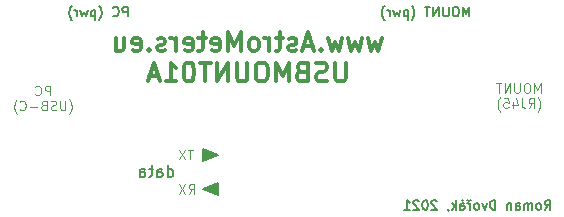
<source format=gbo>
%TF.GenerationSoftware,KiCad,Pcbnew,5.99.0-unknown-4920692bcd~125~ubuntu20.04.1*%
%TF.CreationDate,2021-04-18T13:07:44+02:00*%
%TF.ProjectId,USBMOUNT01A,5553424d-4f55-44e5-9430-31412e6b6963,rev?*%
%TF.SameCoordinates,Original*%
%TF.FileFunction,Legend,Bot*%
%TF.FilePolarity,Positive*%
%FSLAX46Y46*%
G04 Gerber Fmt 4.6, Leading zero omitted, Abs format (unit mm)*
G04 Created by KiCad (PCBNEW 5.99.0-unknown-4920692bcd~125~ubuntu20.04.1) date 2021-04-18 13:07:44*
%MOMM*%
%LPD*%
G01*
G04 APERTURE LIST*
%ADD10C,0.150000*%
%ADD11C,0.120000*%
%ADD12C,0.320000*%
%ADD13C,3.650000*%
%ADD14O,1.800000X2.400000*%
%ADD15C,0.650000*%
%ADD16O,2.000000X0.900000*%
%ADD17O,2.100000X0.900000*%
%ADD18R,1.500000X1.500000*%
%ADD19C,1.500000*%
G04 APERTURE END LIST*
D10*
X141250000Y-96400000D02*
X142500000Y-95900000D01*
X142500000Y-95900000D02*
X142500000Y-96900000D01*
X142500000Y-96900000D02*
X141250000Y-96400000D01*
G36*
X142500000Y-96900000D02*
G01*
X141250000Y-96400000D01*
X142500000Y-95900000D01*
X142500000Y-96900000D01*
G37*
X142500000Y-96900000D02*
X141250000Y-96400000D01*
X142500000Y-95900000D01*
X142500000Y-96900000D01*
X142500000Y-93500000D02*
X141250000Y-94000000D01*
X141250000Y-94000000D02*
X141250000Y-93000000D01*
X141250000Y-93000000D02*
X142500000Y-93500000D01*
G36*
X142500000Y-93500000D02*
G01*
X141250000Y-94000000D01*
X141250000Y-93000000D01*
X142500000Y-93500000D01*
G37*
X142500000Y-93500000D02*
X141250000Y-94000000D01*
X141250000Y-93000000D01*
X142500000Y-93500000D01*
D11*
X169828571Y-88217904D02*
X169828571Y-87417904D01*
X169561904Y-87989333D01*
X169295238Y-87417904D01*
X169295238Y-88217904D01*
X168761904Y-87417904D02*
X168609523Y-87417904D01*
X168533333Y-87456000D01*
X168457142Y-87532190D01*
X168419047Y-87684571D01*
X168419047Y-87951238D01*
X168457142Y-88103619D01*
X168533333Y-88179809D01*
X168609523Y-88217904D01*
X168761904Y-88217904D01*
X168838095Y-88179809D01*
X168914285Y-88103619D01*
X168952380Y-87951238D01*
X168952380Y-87684571D01*
X168914285Y-87532190D01*
X168838095Y-87456000D01*
X168761904Y-87417904D01*
X168076190Y-87417904D02*
X168076190Y-88065523D01*
X168038095Y-88141714D01*
X168000000Y-88179809D01*
X167923809Y-88217904D01*
X167771428Y-88217904D01*
X167695238Y-88179809D01*
X167657142Y-88141714D01*
X167619047Y-88065523D01*
X167619047Y-87417904D01*
X167238095Y-88217904D02*
X167238095Y-87417904D01*
X166780952Y-88217904D01*
X166780952Y-87417904D01*
X166514285Y-87417904D02*
X166057142Y-87417904D01*
X166285714Y-88217904D02*
X166285714Y-87417904D01*
X169580952Y-89810666D02*
X169619047Y-89772571D01*
X169695238Y-89658285D01*
X169733333Y-89582095D01*
X169771428Y-89467809D01*
X169809523Y-89277333D01*
X169809523Y-89124952D01*
X169771428Y-88934476D01*
X169733333Y-88820190D01*
X169695238Y-88744000D01*
X169619047Y-88629714D01*
X169580952Y-88591619D01*
X168819047Y-89505904D02*
X169085714Y-89124952D01*
X169276190Y-89505904D02*
X169276190Y-88705904D01*
X168971428Y-88705904D01*
X168895238Y-88744000D01*
X168857142Y-88782095D01*
X168819047Y-88858285D01*
X168819047Y-88972571D01*
X168857142Y-89048761D01*
X168895238Y-89086857D01*
X168971428Y-89124952D01*
X169276190Y-89124952D01*
X168247619Y-88705904D02*
X168247619Y-89277333D01*
X168285714Y-89391619D01*
X168361904Y-89467809D01*
X168476190Y-89505904D01*
X168552380Y-89505904D01*
X167523809Y-88972571D02*
X167523809Y-89505904D01*
X167714285Y-88667809D02*
X167904761Y-89239238D01*
X167409523Y-89239238D01*
X166723809Y-88705904D02*
X167104761Y-88705904D01*
X167142857Y-89086857D01*
X167104761Y-89048761D01*
X167028571Y-89010666D01*
X166838095Y-89010666D01*
X166761904Y-89048761D01*
X166723809Y-89086857D01*
X166685714Y-89163047D01*
X166685714Y-89353523D01*
X166723809Y-89429714D01*
X166761904Y-89467809D01*
X166838095Y-89505904D01*
X167028571Y-89505904D01*
X167104761Y-89467809D01*
X167142857Y-89429714D01*
X166419047Y-89810666D02*
X166380952Y-89772571D01*
X166304761Y-89658285D01*
X166266666Y-89582095D01*
X166228571Y-89467809D01*
X166190476Y-89277333D01*
X166190476Y-89124952D01*
X166228571Y-88934476D01*
X166266666Y-88820190D01*
X166304761Y-88744000D01*
X166380952Y-88629714D01*
X166419047Y-88591619D01*
X140033333Y-96761904D02*
X140300000Y-96380952D01*
X140490476Y-96761904D02*
X140490476Y-95961904D01*
X140185714Y-95961904D01*
X140109523Y-96000000D01*
X140071428Y-96038095D01*
X140033333Y-96114285D01*
X140033333Y-96228571D01*
X140071428Y-96304761D01*
X140109523Y-96342857D01*
X140185714Y-96380952D01*
X140490476Y-96380952D01*
X139766666Y-95961904D02*
X139233333Y-96761904D01*
X139233333Y-95961904D02*
X139766666Y-96761904D01*
D10*
X138276190Y-95352380D02*
X138276190Y-94352380D01*
X138276190Y-95304761D02*
X138371428Y-95352380D01*
X138561904Y-95352380D01*
X138657142Y-95304761D01*
X138704761Y-95257142D01*
X138752380Y-95161904D01*
X138752380Y-94876190D01*
X138704761Y-94780952D01*
X138657142Y-94733333D01*
X138561904Y-94685714D01*
X138371428Y-94685714D01*
X138276190Y-94733333D01*
X137371428Y-95352380D02*
X137371428Y-94828571D01*
X137419047Y-94733333D01*
X137514285Y-94685714D01*
X137704761Y-94685714D01*
X137800000Y-94733333D01*
X137371428Y-95304761D02*
X137466666Y-95352380D01*
X137704761Y-95352380D01*
X137800000Y-95304761D01*
X137847619Y-95209523D01*
X137847619Y-95114285D01*
X137800000Y-95019047D01*
X137704761Y-94971428D01*
X137466666Y-94971428D01*
X137371428Y-94923809D01*
X137038095Y-94685714D02*
X136657142Y-94685714D01*
X136895238Y-94352380D02*
X136895238Y-95209523D01*
X136847619Y-95304761D01*
X136752380Y-95352380D01*
X136657142Y-95352380D01*
X135895238Y-95352380D02*
X135895238Y-94828571D01*
X135942857Y-94733333D01*
X136038095Y-94685714D01*
X136228571Y-94685714D01*
X136323809Y-94733333D01*
X135895238Y-95304761D02*
X135990476Y-95352380D01*
X136228571Y-95352380D01*
X136323809Y-95304761D01*
X136371428Y-95209523D01*
X136371428Y-95114285D01*
X136323809Y-95019047D01*
X136228571Y-94971428D01*
X135990476Y-94971428D01*
X135895238Y-94923809D01*
X163795238Y-81761904D02*
X163795238Y-80961904D01*
X163528571Y-81533333D01*
X163261904Y-80961904D01*
X163261904Y-81761904D01*
X162728571Y-80961904D02*
X162576190Y-80961904D01*
X162500000Y-81000000D01*
X162423809Y-81076190D01*
X162385714Y-81228571D01*
X162385714Y-81495238D01*
X162423809Y-81647619D01*
X162500000Y-81723809D01*
X162576190Y-81761904D01*
X162728571Y-81761904D01*
X162804761Y-81723809D01*
X162880952Y-81647619D01*
X162919047Y-81495238D01*
X162919047Y-81228571D01*
X162880952Y-81076190D01*
X162804761Y-81000000D01*
X162728571Y-80961904D01*
X162042857Y-80961904D02*
X162042857Y-81609523D01*
X162004761Y-81685714D01*
X161966666Y-81723809D01*
X161890476Y-81761904D01*
X161738095Y-81761904D01*
X161661904Y-81723809D01*
X161623809Y-81685714D01*
X161585714Y-81609523D01*
X161585714Y-80961904D01*
X161204761Y-81761904D02*
X161204761Y-80961904D01*
X160747619Y-81761904D01*
X160747619Y-80961904D01*
X160480952Y-80961904D02*
X160023809Y-80961904D01*
X160252380Y-81761904D02*
X160252380Y-80961904D01*
X158919047Y-82066666D02*
X158957142Y-82028571D01*
X159033333Y-81914285D01*
X159071428Y-81838095D01*
X159109523Y-81723809D01*
X159147619Y-81533333D01*
X159147619Y-81380952D01*
X159109523Y-81190476D01*
X159071428Y-81076190D01*
X159033333Y-81000000D01*
X158957142Y-80885714D01*
X158919047Y-80847619D01*
X158614285Y-81228571D02*
X158614285Y-82028571D01*
X158614285Y-81266666D02*
X158538095Y-81228571D01*
X158385714Y-81228571D01*
X158309523Y-81266666D01*
X158271428Y-81304761D01*
X158233333Y-81380952D01*
X158233333Y-81609523D01*
X158271428Y-81685714D01*
X158309523Y-81723809D01*
X158385714Y-81761904D01*
X158538095Y-81761904D01*
X158614285Y-81723809D01*
X157966666Y-81228571D02*
X157814285Y-81761904D01*
X157661904Y-81380952D01*
X157509523Y-81761904D01*
X157357142Y-81228571D01*
X157052380Y-81761904D02*
X157052380Y-81228571D01*
X157052380Y-81380952D02*
X157014285Y-81304761D01*
X156976190Y-81266666D01*
X156900000Y-81228571D01*
X156823809Y-81228571D01*
X156633333Y-82066666D02*
X156595238Y-82028571D01*
X156519047Y-81914285D01*
X156480952Y-81838095D01*
X156442857Y-81723809D01*
X156404761Y-81533333D01*
X156404761Y-81380952D01*
X156442857Y-81190476D01*
X156480952Y-81076190D01*
X156519047Y-81000000D01*
X156595238Y-80885714D01*
X156633333Y-80847619D01*
X134876190Y-81761904D02*
X134876190Y-80961904D01*
X134571428Y-80961904D01*
X134495238Y-81000000D01*
X134457142Y-81038095D01*
X134419047Y-81114285D01*
X134419047Y-81228571D01*
X134457142Y-81304761D01*
X134495238Y-81342857D01*
X134571428Y-81380952D01*
X134876190Y-81380952D01*
X133619047Y-81685714D02*
X133657142Y-81723809D01*
X133771428Y-81761904D01*
X133847619Y-81761904D01*
X133961904Y-81723809D01*
X134038095Y-81647619D01*
X134076190Y-81571428D01*
X134114285Y-81419047D01*
X134114285Y-81304761D01*
X134076190Y-81152380D01*
X134038095Y-81076190D01*
X133961904Y-81000000D01*
X133847619Y-80961904D01*
X133771428Y-80961904D01*
X133657142Y-81000000D01*
X133619047Y-81038095D01*
X132438095Y-82066666D02*
X132476190Y-82028571D01*
X132552380Y-81914285D01*
X132590476Y-81838095D01*
X132628571Y-81723809D01*
X132666666Y-81533333D01*
X132666666Y-81380952D01*
X132628571Y-81190476D01*
X132590476Y-81076190D01*
X132552380Y-81000000D01*
X132476190Y-80885714D01*
X132438095Y-80847619D01*
X132133333Y-81228571D02*
X132133333Y-82028571D01*
X132133333Y-81266666D02*
X132057142Y-81228571D01*
X131904761Y-81228571D01*
X131828571Y-81266666D01*
X131790476Y-81304761D01*
X131752380Y-81380952D01*
X131752380Y-81609523D01*
X131790476Y-81685714D01*
X131828571Y-81723809D01*
X131904761Y-81761904D01*
X132057142Y-81761904D01*
X132133333Y-81723809D01*
X131485714Y-81228571D02*
X131333333Y-81761904D01*
X131180952Y-81380952D01*
X131028571Y-81761904D01*
X130876190Y-81228571D01*
X130571428Y-81761904D02*
X130571428Y-81228571D01*
X130571428Y-81380952D02*
X130533333Y-81304761D01*
X130495238Y-81266666D01*
X130419047Y-81228571D01*
X130342857Y-81228571D01*
X130152380Y-82066666D02*
X130114285Y-82028571D01*
X130038095Y-81914285D01*
X130000000Y-81838095D01*
X129961904Y-81723809D01*
X129923809Y-81533333D01*
X129923809Y-81380952D01*
X129961904Y-81190476D01*
X130000000Y-81076190D01*
X130038095Y-81000000D01*
X130114285Y-80885714D01*
X130152380Y-80847619D01*
D12*
X156402380Y-83619142D02*
X156097619Y-84685809D01*
X155792857Y-83923904D01*
X155488095Y-84685809D01*
X155183333Y-83619142D01*
X154726190Y-83619142D02*
X154421428Y-84685809D01*
X154116666Y-83923904D01*
X153811904Y-84685809D01*
X153507142Y-83619142D01*
X153050000Y-83619142D02*
X152745238Y-84685809D01*
X152440476Y-83923904D01*
X152135714Y-84685809D01*
X151830952Y-83619142D01*
X151221428Y-84533428D02*
X151145238Y-84609619D01*
X151221428Y-84685809D01*
X151297619Y-84609619D01*
X151221428Y-84533428D01*
X151221428Y-84685809D01*
X150535714Y-84228666D02*
X149773809Y-84228666D01*
X150688095Y-84685809D02*
X150154761Y-83085809D01*
X149621428Y-84685809D01*
X149164285Y-84609619D02*
X149011904Y-84685809D01*
X148707142Y-84685809D01*
X148554761Y-84609619D01*
X148478571Y-84457238D01*
X148478571Y-84381047D01*
X148554761Y-84228666D01*
X148707142Y-84152476D01*
X148935714Y-84152476D01*
X149088095Y-84076285D01*
X149164285Y-83923904D01*
X149164285Y-83847714D01*
X149088095Y-83695333D01*
X148935714Y-83619142D01*
X148707142Y-83619142D01*
X148554761Y-83695333D01*
X148021428Y-83619142D02*
X147411904Y-83619142D01*
X147792857Y-83085809D02*
X147792857Y-84457238D01*
X147716666Y-84609619D01*
X147564285Y-84685809D01*
X147411904Y-84685809D01*
X146878571Y-84685809D02*
X146878571Y-83619142D01*
X146878571Y-83923904D02*
X146802380Y-83771523D01*
X146726190Y-83695333D01*
X146573809Y-83619142D01*
X146421428Y-83619142D01*
X145659523Y-84685809D02*
X145811904Y-84609619D01*
X145888095Y-84533428D01*
X145964285Y-84381047D01*
X145964285Y-83923904D01*
X145888095Y-83771523D01*
X145811904Y-83695333D01*
X145659523Y-83619142D01*
X145430952Y-83619142D01*
X145278571Y-83695333D01*
X145202380Y-83771523D01*
X145126190Y-83923904D01*
X145126190Y-84381047D01*
X145202380Y-84533428D01*
X145278571Y-84609619D01*
X145430952Y-84685809D01*
X145659523Y-84685809D01*
X144440476Y-84685809D02*
X144440476Y-83085809D01*
X143907142Y-84228666D01*
X143373809Y-83085809D01*
X143373809Y-84685809D01*
X142002380Y-84609619D02*
X142154761Y-84685809D01*
X142459523Y-84685809D01*
X142611904Y-84609619D01*
X142688095Y-84457238D01*
X142688095Y-83847714D01*
X142611904Y-83695333D01*
X142459523Y-83619142D01*
X142154761Y-83619142D01*
X142002380Y-83695333D01*
X141926190Y-83847714D01*
X141926190Y-84000095D01*
X142688095Y-84152476D01*
X141469047Y-83619142D02*
X140859523Y-83619142D01*
X141240476Y-83085809D02*
X141240476Y-84457238D01*
X141164285Y-84609619D01*
X141011904Y-84685809D01*
X140859523Y-84685809D01*
X139716666Y-84609619D02*
X139869047Y-84685809D01*
X140173809Y-84685809D01*
X140326190Y-84609619D01*
X140402380Y-84457238D01*
X140402380Y-83847714D01*
X140326190Y-83695333D01*
X140173809Y-83619142D01*
X139869047Y-83619142D01*
X139716666Y-83695333D01*
X139640476Y-83847714D01*
X139640476Y-84000095D01*
X140402380Y-84152476D01*
X138954761Y-84685809D02*
X138954761Y-83619142D01*
X138954761Y-83923904D02*
X138878571Y-83771523D01*
X138802380Y-83695333D01*
X138650000Y-83619142D01*
X138497619Y-83619142D01*
X138040476Y-84609619D02*
X137888095Y-84685809D01*
X137583333Y-84685809D01*
X137430952Y-84609619D01*
X137354761Y-84457238D01*
X137354761Y-84381047D01*
X137430952Y-84228666D01*
X137583333Y-84152476D01*
X137811904Y-84152476D01*
X137964285Y-84076285D01*
X138040476Y-83923904D01*
X138040476Y-83847714D01*
X137964285Y-83695333D01*
X137811904Y-83619142D01*
X137583333Y-83619142D01*
X137430952Y-83695333D01*
X136669047Y-84533428D02*
X136592857Y-84609619D01*
X136669047Y-84685809D01*
X136745238Y-84609619D01*
X136669047Y-84533428D01*
X136669047Y-84685809D01*
X135297619Y-84609619D02*
X135450000Y-84685809D01*
X135754761Y-84685809D01*
X135907142Y-84609619D01*
X135983333Y-84457238D01*
X135983333Y-83847714D01*
X135907142Y-83695333D01*
X135754761Y-83619142D01*
X135450000Y-83619142D01*
X135297619Y-83695333D01*
X135221428Y-83847714D01*
X135221428Y-84000095D01*
X135983333Y-84152476D01*
X133849999Y-83619142D02*
X133849999Y-84685809D01*
X134535714Y-83619142D02*
X134535714Y-84457238D01*
X134459523Y-84609619D01*
X134307142Y-84685809D01*
X134078571Y-84685809D01*
X133926190Y-84609619D01*
X133849999Y-84533428D01*
X153316666Y-85661809D02*
X153316666Y-86957047D01*
X153240476Y-87109428D01*
X153164285Y-87185619D01*
X153011904Y-87261809D01*
X152707142Y-87261809D01*
X152554761Y-87185619D01*
X152478571Y-87109428D01*
X152402380Y-86957047D01*
X152402380Y-85661809D01*
X151716666Y-87185619D02*
X151488095Y-87261809D01*
X151107142Y-87261809D01*
X150954761Y-87185619D01*
X150878571Y-87109428D01*
X150802380Y-86957047D01*
X150802380Y-86804666D01*
X150878571Y-86652285D01*
X150954761Y-86576095D01*
X151107142Y-86499904D01*
X151411904Y-86423714D01*
X151564285Y-86347523D01*
X151640476Y-86271333D01*
X151716666Y-86118952D01*
X151716666Y-85966571D01*
X151640476Y-85814190D01*
X151564285Y-85738000D01*
X151411904Y-85661809D01*
X151030952Y-85661809D01*
X150802380Y-85738000D01*
X149583333Y-86423714D02*
X149354761Y-86499904D01*
X149278571Y-86576095D01*
X149202380Y-86728476D01*
X149202380Y-86957047D01*
X149278571Y-87109428D01*
X149354761Y-87185619D01*
X149507142Y-87261809D01*
X150116666Y-87261809D01*
X150116666Y-85661809D01*
X149583333Y-85661809D01*
X149430952Y-85738000D01*
X149354761Y-85814190D01*
X149278571Y-85966571D01*
X149278571Y-86118952D01*
X149354761Y-86271333D01*
X149430952Y-86347523D01*
X149583333Y-86423714D01*
X150116666Y-86423714D01*
X148516666Y-87261809D02*
X148516666Y-85661809D01*
X147983333Y-86804666D01*
X147450000Y-85661809D01*
X147450000Y-87261809D01*
X146383333Y-85661809D02*
X146078571Y-85661809D01*
X145926190Y-85738000D01*
X145773809Y-85890380D01*
X145697619Y-86195142D01*
X145697619Y-86728476D01*
X145773809Y-87033238D01*
X145926190Y-87185619D01*
X146078571Y-87261809D01*
X146383333Y-87261809D01*
X146535714Y-87185619D01*
X146688095Y-87033238D01*
X146764285Y-86728476D01*
X146764285Y-86195142D01*
X146688095Y-85890380D01*
X146535714Y-85738000D01*
X146383333Y-85661809D01*
X145011904Y-85661809D02*
X145011904Y-86957047D01*
X144935714Y-87109428D01*
X144859523Y-87185619D01*
X144707142Y-87261809D01*
X144402380Y-87261809D01*
X144250000Y-87185619D01*
X144173809Y-87109428D01*
X144097619Y-86957047D01*
X144097619Y-85661809D01*
X143335714Y-87261809D02*
X143335714Y-85661809D01*
X142421428Y-87261809D01*
X142421428Y-85661809D01*
X141888095Y-85661809D02*
X140973809Y-85661809D01*
X141430952Y-87261809D02*
X141430952Y-85661809D01*
X140135714Y-85661809D02*
X139983333Y-85661809D01*
X139830952Y-85738000D01*
X139754761Y-85814190D01*
X139678571Y-85966571D01*
X139602380Y-86271333D01*
X139602380Y-86652285D01*
X139678571Y-86957047D01*
X139754761Y-87109428D01*
X139830952Y-87185619D01*
X139983333Y-87261809D01*
X140135714Y-87261809D01*
X140288095Y-87185619D01*
X140364285Y-87109428D01*
X140440476Y-86957047D01*
X140516666Y-86652285D01*
X140516666Y-86271333D01*
X140440476Y-85966571D01*
X140364285Y-85814190D01*
X140288095Y-85738000D01*
X140135714Y-85661809D01*
X138078571Y-87261809D02*
X138992857Y-87261809D01*
X138535714Y-87261809D02*
X138535714Y-85661809D01*
X138688095Y-85890380D01*
X138840476Y-86042761D01*
X138992857Y-86118952D01*
X137469047Y-86804666D02*
X136707142Y-86804666D01*
X137621428Y-87261809D02*
X137088095Y-85661809D01*
X136554761Y-87261809D01*
D10*
X170195238Y-98111904D02*
X170461904Y-97730952D01*
X170652380Y-98111904D02*
X170652380Y-97311904D01*
X170347619Y-97311904D01*
X170271428Y-97350000D01*
X170233333Y-97388095D01*
X170195238Y-97464285D01*
X170195238Y-97578571D01*
X170233333Y-97654761D01*
X170271428Y-97692857D01*
X170347619Y-97730952D01*
X170652380Y-97730952D01*
X169738095Y-98111904D02*
X169814285Y-98073809D01*
X169852380Y-98035714D01*
X169890476Y-97959523D01*
X169890476Y-97730952D01*
X169852380Y-97654761D01*
X169814285Y-97616666D01*
X169738095Y-97578571D01*
X169623809Y-97578571D01*
X169547619Y-97616666D01*
X169509523Y-97654761D01*
X169471428Y-97730952D01*
X169471428Y-97959523D01*
X169509523Y-98035714D01*
X169547619Y-98073809D01*
X169623809Y-98111904D01*
X169738095Y-98111904D01*
X169128571Y-98111904D02*
X169128571Y-97578571D01*
X169128571Y-97654761D02*
X169090476Y-97616666D01*
X169014285Y-97578571D01*
X168900000Y-97578571D01*
X168823809Y-97616666D01*
X168785714Y-97692857D01*
X168785714Y-98111904D01*
X168785714Y-97692857D02*
X168747619Y-97616666D01*
X168671428Y-97578571D01*
X168557142Y-97578571D01*
X168480952Y-97616666D01*
X168442857Y-97692857D01*
X168442857Y-98111904D01*
X167719047Y-98111904D02*
X167719047Y-97692857D01*
X167757142Y-97616666D01*
X167833333Y-97578571D01*
X167985714Y-97578571D01*
X168061904Y-97616666D01*
X167719047Y-98073809D02*
X167795238Y-98111904D01*
X167985714Y-98111904D01*
X168061904Y-98073809D01*
X168100000Y-97997619D01*
X168100000Y-97921428D01*
X168061904Y-97845238D01*
X167985714Y-97807142D01*
X167795238Y-97807142D01*
X167719047Y-97769047D01*
X167338095Y-97578571D02*
X167338095Y-98111904D01*
X167338095Y-97654761D02*
X167300000Y-97616666D01*
X167223809Y-97578571D01*
X167109523Y-97578571D01*
X167033333Y-97616666D01*
X166995238Y-97692857D01*
X166995238Y-98111904D01*
X166004761Y-98111904D02*
X166004761Y-97311904D01*
X165814285Y-97311904D01*
X165700000Y-97350000D01*
X165623809Y-97426190D01*
X165585714Y-97502380D01*
X165547619Y-97654761D01*
X165547619Y-97769047D01*
X165585714Y-97921428D01*
X165623809Y-97997619D01*
X165700000Y-98073809D01*
X165814285Y-98111904D01*
X166004761Y-98111904D01*
X165280952Y-97578571D02*
X165090476Y-98111904D01*
X164900000Y-97578571D01*
X164480952Y-98111904D02*
X164557142Y-98073809D01*
X164595238Y-98035714D01*
X164633333Y-97959523D01*
X164633333Y-97730952D01*
X164595238Y-97654761D01*
X164557142Y-97616666D01*
X164480952Y-97578571D01*
X164366666Y-97578571D01*
X164290476Y-97616666D01*
X164252380Y-97654761D01*
X164214285Y-97730952D01*
X164214285Y-97959523D01*
X164252380Y-98035714D01*
X164290476Y-98073809D01*
X164366666Y-98111904D01*
X164480952Y-98111904D01*
X163871428Y-98111904D02*
X163871428Y-97578571D01*
X163871428Y-97730952D02*
X163833333Y-97654761D01*
X163795238Y-97616666D01*
X163719047Y-97578571D01*
X163642857Y-97578571D01*
X163947619Y-97273809D02*
X163795238Y-97388095D01*
X163642857Y-97273809D01*
X163033333Y-98111904D02*
X163033333Y-97692857D01*
X163071428Y-97616666D01*
X163147619Y-97578571D01*
X163300000Y-97578571D01*
X163376190Y-97616666D01*
X163033333Y-98073809D02*
X163109523Y-98111904D01*
X163300000Y-98111904D01*
X163376190Y-98073809D01*
X163414285Y-97997619D01*
X163414285Y-97921428D01*
X163376190Y-97845238D01*
X163300000Y-97807142D01*
X163109523Y-97807142D01*
X163033333Y-97769047D01*
X163147619Y-97273809D02*
X163261904Y-97388095D01*
X162652380Y-98111904D02*
X162652380Y-97311904D01*
X162576190Y-97807142D02*
X162347619Y-98111904D01*
X162347619Y-97578571D02*
X162652380Y-97883333D01*
X161966666Y-98073809D02*
X161966666Y-98111904D01*
X162004761Y-98188095D01*
X162042857Y-98226190D01*
X161052380Y-97388095D02*
X161014285Y-97350000D01*
X160938095Y-97311904D01*
X160747619Y-97311904D01*
X160671428Y-97350000D01*
X160633333Y-97388095D01*
X160595238Y-97464285D01*
X160595238Y-97540476D01*
X160633333Y-97654761D01*
X161090476Y-98111904D01*
X160595238Y-98111904D01*
X160100000Y-97311904D02*
X160023809Y-97311904D01*
X159947619Y-97350000D01*
X159909523Y-97388095D01*
X159871428Y-97464285D01*
X159833333Y-97616666D01*
X159833333Y-97807142D01*
X159871428Y-97959523D01*
X159909523Y-98035714D01*
X159947619Y-98073809D01*
X160023809Y-98111904D01*
X160100000Y-98111904D01*
X160176190Y-98073809D01*
X160214285Y-98035714D01*
X160252380Y-97959523D01*
X160290476Y-97807142D01*
X160290476Y-97616666D01*
X160252380Y-97464285D01*
X160214285Y-97388095D01*
X160176190Y-97350000D01*
X160100000Y-97311904D01*
X159528571Y-97388095D02*
X159490476Y-97350000D01*
X159414285Y-97311904D01*
X159223809Y-97311904D01*
X159147619Y-97350000D01*
X159109523Y-97388095D01*
X159071428Y-97464285D01*
X159071428Y-97540476D01*
X159109523Y-97654761D01*
X159566666Y-98111904D01*
X159071428Y-98111904D01*
X158309523Y-98111904D02*
X158766666Y-98111904D01*
X158538095Y-98111904D02*
X158538095Y-97311904D01*
X158614285Y-97426190D01*
X158690476Y-97502380D01*
X158766666Y-97540476D01*
D11*
X128309523Y-88417904D02*
X128309523Y-87617904D01*
X128004761Y-87617904D01*
X127928571Y-87656000D01*
X127890476Y-87694095D01*
X127852380Y-87770285D01*
X127852380Y-87884571D01*
X127890476Y-87960761D01*
X127928571Y-87998857D01*
X128004761Y-88036952D01*
X128309523Y-88036952D01*
X127052380Y-88341714D02*
X127090476Y-88379809D01*
X127204761Y-88417904D01*
X127280952Y-88417904D01*
X127395238Y-88379809D01*
X127471428Y-88303619D01*
X127509523Y-88227428D01*
X127547619Y-88075047D01*
X127547619Y-87960761D01*
X127509523Y-87808380D01*
X127471428Y-87732190D01*
X127395238Y-87656000D01*
X127280952Y-87617904D01*
X127204761Y-87617904D01*
X127090476Y-87656000D01*
X127052380Y-87694095D01*
X129909523Y-90010666D02*
X129947619Y-89972571D01*
X130023809Y-89858285D01*
X130061904Y-89782095D01*
X130100000Y-89667809D01*
X130138095Y-89477333D01*
X130138095Y-89324952D01*
X130100000Y-89134476D01*
X130061904Y-89020190D01*
X130023809Y-88944000D01*
X129947619Y-88829714D01*
X129909523Y-88791619D01*
X129604761Y-88905904D02*
X129604761Y-89553523D01*
X129566666Y-89629714D01*
X129528571Y-89667809D01*
X129452380Y-89705904D01*
X129300000Y-89705904D01*
X129223809Y-89667809D01*
X129185714Y-89629714D01*
X129147619Y-89553523D01*
X129147619Y-88905904D01*
X128804761Y-89667809D02*
X128690476Y-89705904D01*
X128500000Y-89705904D01*
X128423809Y-89667809D01*
X128385714Y-89629714D01*
X128347619Y-89553523D01*
X128347619Y-89477333D01*
X128385714Y-89401142D01*
X128423809Y-89363047D01*
X128500000Y-89324952D01*
X128652380Y-89286857D01*
X128728571Y-89248761D01*
X128766666Y-89210666D01*
X128804761Y-89134476D01*
X128804761Y-89058285D01*
X128766666Y-88982095D01*
X128728571Y-88944000D01*
X128652380Y-88905904D01*
X128461904Y-88905904D01*
X128347619Y-88944000D01*
X127738095Y-89286857D02*
X127623809Y-89324952D01*
X127585714Y-89363047D01*
X127547619Y-89439238D01*
X127547619Y-89553523D01*
X127585714Y-89629714D01*
X127623809Y-89667809D01*
X127700000Y-89705904D01*
X128004761Y-89705904D01*
X128004761Y-88905904D01*
X127738095Y-88905904D01*
X127661904Y-88944000D01*
X127623809Y-88982095D01*
X127585714Y-89058285D01*
X127585714Y-89134476D01*
X127623809Y-89210666D01*
X127661904Y-89248761D01*
X127738095Y-89286857D01*
X128004761Y-89286857D01*
X127204761Y-89401142D02*
X126595238Y-89401142D01*
X125757142Y-89629714D02*
X125795238Y-89667809D01*
X125909523Y-89705904D01*
X125985714Y-89705904D01*
X126100000Y-89667809D01*
X126176190Y-89591619D01*
X126214285Y-89515428D01*
X126252380Y-89363047D01*
X126252380Y-89248761D01*
X126214285Y-89096380D01*
X126176190Y-89020190D01*
X126100000Y-88944000D01*
X125985714Y-88905904D01*
X125909523Y-88905904D01*
X125795238Y-88944000D01*
X125757142Y-88982095D01*
X125490476Y-90010666D02*
X125452380Y-89972571D01*
X125376190Y-89858285D01*
X125338095Y-89782095D01*
X125300000Y-89667809D01*
X125261904Y-89477333D01*
X125261904Y-89324952D01*
X125300000Y-89134476D01*
X125338095Y-89020190D01*
X125376190Y-88944000D01*
X125452380Y-88829714D01*
X125490476Y-88791619D01*
X140409523Y-93061904D02*
X139952380Y-93061904D01*
X140180952Y-93861904D02*
X140180952Y-93061904D01*
X139761904Y-93061904D02*
X139228571Y-93861904D01*
X139228571Y-93061904D02*
X139761904Y-93861904D01*
D13*
%TO.C,J1*%
X168050000Y-94470000D03*
X168050000Y-83040000D03*
%TD*%
%LPC*%
D14*
%TO.C,D1*%
X128200000Y-81500000D03*
%TD*%
%TO.C,D2*%
X144150000Y-96600000D03*
%TD*%
D15*
%TO.C,P1*%
X128905000Y-86010000D03*
X128905000Y-91790000D03*
D16*
X125215000Y-84580000D03*
X125215000Y-93220000D03*
D17*
X129385000Y-84580000D03*
X129385000Y-93220000D03*
%TD*%
D14*
%TO.C,D4*%
X154700000Y-81500000D03*
%TD*%
D13*
%TO.C,J1*%
X168050000Y-94470000D03*
X168050000Y-83040000D03*
D18*
X161700000Y-93200000D03*
D19*
X159160000Y-91930000D03*
X161700000Y-90660000D03*
X159160000Y-89390000D03*
X161700000Y-88120000D03*
X159160000Y-86850000D03*
X161700000Y-85580000D03*
X159160000Y-84310000D03*
%TD*%
D14*
%TO.C,D3*%
X144150000Y-93500000D03*
%TD*%
M02*

</source>
